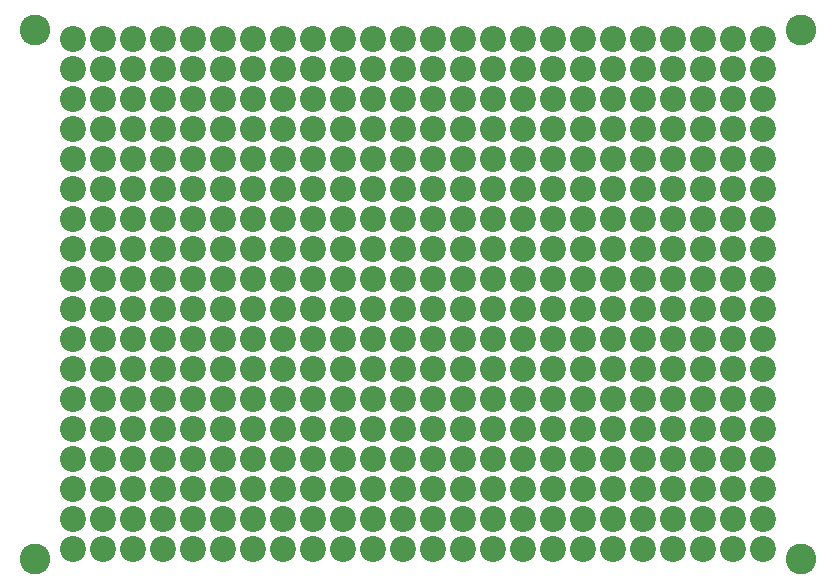
<source format=gbr>
G04 #@! TF.GenerationSoftware,KiCad,Pcbnew,9.0.1*
G04 #@! TF.CreationDate,2025-05-07T00:14:23-04:00*
G04 #@! TF.ProjectId,matrix-protoboard_18x24,6d617472-6978-42d7-9072-6f746f626f61,rev?*
G04 #@! TF.SameCoordinates,Original*
G04 #@! TF.FileFunction,Soldermask,Bot*
G04 #@! TF.FilePolarity,Negative*
%FSLAX46Y46*%
G04 Gerber Fmt 4.6, Leading zero omitted, Abs format (unit mm)*
G04 Created by KiCad (PCBNEW 9.0.1) date 2025-05-07 00:14:23*
%MOMM*%
%LPD*%
G01*
G04 APERTURE LIST*
%ADD10C,2.200000*%
%ADD11C,1.500000*%
%ADD12C,2.600000*%
G04 APERTURE END LIST*
D10*
X126900000Y-147800000D03*
D11*
X126900000Y-147800000D03*
D10*
X114200000Y-163040000D03*
D11*
X114200000Y-163040000D03*
D10*
X139600000Y-132560000D03*
D11*
X139600000Y-132560000D03*
D10*
X131980000Y-155420000D03*
D11*
X131980000Y-155420000D03*
D10*
X131980000Y-137640000D03*
D11*
X131980000Y-137640000D03*
D10*
X142140000Y-137640000D03*
D11*
X142140000Y-137640000D03*
D10*
X121820000Y-137640000D03*
D11*
X121820000Y-137640000D03*
D10*
X96420000Y-163040000D03*
D11*
X96420000Y-163040000D03*
D10*
X101500000Y-155420000D03*
D11*
X101500000Y-155420000D03*
D10*
X116740000Y-170660000D03*
D11*
X116740000Y-170660000D03*
D10*
X139600000Y-160500000D03*
D11*
X139600000Y-160500000D03*
D10*
X111660000Y-147800000D03*
D11*
X111660000Y-147800000D03*
D10*
X96420000Y-160500000D03*
D11*
X96420000Y-160500000D03*
D10*
X121820000Y-160500000D03*
D11*
X121820000Y-160500000D03*
D10*
X134520000Y-150340000D03*
D11*
X134520000Y-150340000D03*
D10*
X124360000Y-150340000D03*
D11*
X124360000Y-150340000D03*
D10*
X104040000Y-165580000D03*
D11*
X104040000Y-165580000D03*
D10*
X116740000Y-157960000D03*
D11*
X116740000Y-157960000D03*
D10*
X114200000Y-147800000D03*
D11*
X114200000Y-147800000D03*
D10*
X109120000Y-150340000D03*
D11*
X109120000Y-150340000D03*
D10*
X106580000Y-145260000D03*
D11*
X106580000Y-145260000D03*
D10*
X126900000Y-132560000D03*
D11*
X126900000Y-132560000D03*
D10*
X96420000Y-135100000D03*
D11*
X96420000Y-135100000D03*
D10*
X93880000Y-168120000D03*
D11*
X93880000Y-168120000D03*
D10*
X142140000Y-142720000D03*
D11*
X142140000Y-142720000D03*
D10*
X126900000Y-165580000D03*
D11*
X126900000Y-165580000D03*
D10*
X119280000Y-140180000D03*
D11*
X119280000Y-140180000D03*
D10*
X91340000Y-155420000D03*
D11*
X91340000Y-155420000D03*
D10*
X104040000Y-145260000D03*
D11*
X104040000Y-145260000D03*
D10*
X114200000Y-137640000D03*
D11*
X114200000Y-137640000D03*
D10*
X114200000Y-165580000D03*
D11*
X114200000Y-165580000D03*
D10*
X139600000Y-152880000D03*
D11*
X139600000Y-152880000D03*
D10*
X104040000Y-175740000D03*
D11*
X104040000Y-175740000D03*
D10*
X114200000Y-168120000D03*
D11*
X114200000Y-168120000D03*
D10*
X86260000Y-163040000D03*
D11*
X86260000Y-163040000D03*
D10*
X114200000Y-135100000D03*
D11*
X114200000Y-135100000D03*
D10*
X119280000Y-147800000D03*
D11*
X119280000Y-147800000D03*
D10*
X98960000Y-157960000D03*
D11*
X98960000Y-157960000D03*
D10*
X101500000Y-140180000D03*
D11*
X101500000Y-140180000D03*
D10*
X131980000Y-145260000D03*
D11*
X131980000Y-145260000D03*
D10*
X93880000Y-175740000D03*
D11*
X93880000Y-175740000D03*
D10*
X98960000Y-168120000D03*
D11*
X98960000Y-168120000D03*
D10*
X134520000Y-168120000D03*
D11*
X134520000Y-168120000D03*
D10*
X121820000Y-142720000D03*
D11*
X121820000Y-142720000D03*
D10*
X101500000Y-175740000D03*
D11*
X101500000Y-175740000D03*
D10*
X114200000Y-175740000D03*
D11*
X114200000Y-175740000D03*
D10*
X137060000Y-163040000D03*
D11*
X137060000Y-163040000D03*
D10*
X96420000Y-173200000D03*
D11*
X96420000Y-173200000D03*
D10*
X131980000Y-132560000D03*
D11*
X131980000Y-132560000D03*
D10*
X96420000Y-170660000D03*
D11*
X96420000Y-170660000D03*
D10*
X88800000Y-132560000D03*
D11*
X88800000Y-132560000D03*
D10*
X142140000Y-173200000D03*
D11*
X142140000Y-173200000D03*
D10*
X131980000Y-173200000D03*
D11*
X131980000Y-173200000D03*
D10*
X96420000Y-155420000D03*
D11*
X96420000Y-155420000D03*
D10*
X129440000Y-137640000D03*
D11*
X129440000Y-137640000D03*
D10*
X116740000Y-140180000D03*
D11*
X116740000Y-140180000D03*
D10*
X93880000Y-140180000D03*
D11*
X93880000Y-140180000D03*
D10*
X124360000Y-142720000D03*
D11*
X124360000Y-142720000D03*
D10*
X116740000Y-168120000D03*
D11*
X116740000Y-168120000D03*
D10*
X104040000Y-160500000D03*
D11*
X104040000Y-160500000D03*
D10*
X126900000Y-137640000D03*
D11*
X126900000Y-137640000D03*
D10*
X129440000Y-142720000D03*
D11*
X129440000Y-142720000D03*
D10*
X83720000Y-170660000D03*
D11*
X83720000Y-170660000D03*
D10*
X139600000Y-165580000D03*
D11*
X139600000Y-165580000D03*
D10*
X106580000Y-142720000D03*
D11*
X106580000Y-142720000D03*
D10*
X106580000Y-155420000D03*
D11*
X106580000Y-155420000D03*
D10*
X101500000Y-150340000D03*
D11*
X101500000Y-150340000D03*
D10*
X137060000Y-140180000D03*
D11*
X137060000Y-140180000D03*
D10*
X129440000Y-175740000D03*
D11*
X129440000Y-175740000D03*
D10*
X131980000Y-168120000D03*
D11*
X131980000Y-168120000D03*
D10*
X98960000Y-132560000D03*
D11*
X98960000Y-132560000D03*
D10*
X131980000Y-142720000D03*
D11*
X131980000Y-142720000D03*
D10*
X116740000Y-165580000D03*
D11*
X116740000Y-165580000D03*
D10*
X109120000Y-160500000D03*
D11*
X109120000Y-160500000D03*
D10*
X93880000Y-155420000D03*
D11*
X93880000Y-155420000D03*
D10*
X91340000Y-142720000D03*
D11*
X91340000Y-142720000D03*
D10*
X124360000Y-165580000D03*
D11*
X124360000Y-165580000D03*
D10*
X93880000Y-165580000D03*
D11*
X93880000Y-165580000D03*
D10*
X142140000Y-145260000D03*
D11*
X142140000Y-145260000D03*
D10*
X111660000Y-135100000D03*
D11*
X111660000Y-135100000D03*
D10*
X83720000Y-150340000D03*
D11*
X83720000Y-150340000D03*
D10*
X142140000Y-175740000D03*
D11*
X142140000Y-175740000D03*
D10*
X98960000Y-163040000D03*
D11*
X98960000Y-163040000D03*
D10*
X131980000Y-135100000D03*
D11*
X131980000Y-135100000D03*
D10*
X114200000Y-152880000D03*
D11*
X114200000Y-152880000D03*
D10*
X86260000Y-155420000D03*
D11*
X86260000Y-155420000D03*
D10*
X121820000Y-173200000D03*
D11*
X121820000Y-173200000D03*
D10*
X106580000Y-135100000D03*
D11*
X106580000Y-135100000D03*
D10*
X86260000Y-137640000D03*
D11*
X86260000Y-137640000D03*
D10*
X111660000Y-132560000D03*
D11*
X111660000Y-132560000D03*
D10*
X91340000Y-145260000D03*
D11*
X91340000Y-145260000D03*
D10*
X142140000Y-132560000D03*
D11*
X142140000Y-132560000D03*
D10*
X116740000Y-132560000D03*
D11*
X116740000Y-132560000D03*
D10*
X134520000Y-170660000D03*
D11*
X134520000Y-170660000D03*
D10*
X86260000Y-152880000D03*
D11*
X86260000Y-152880000D03*
D10*
X131980000Y-152880000D03*
D11*
X131980000Y-152880000D03*
D10*
X109120000Y-152880000D03*
D11*
X109120000Y-152880000D03*
D10*
X91340000Y-140180000D03*
D11*
X91340000Y-140180000D03*
D10*
X111660000Y-173200000D03*
D11*
X111660000Y-173200000D03*
D10*
X129440000Y-168120000D03*
D11*
X129440000Y-168120000D03*
D10*
X142140000Y-163040000D03*
D11*
X142140000Y-163040000D03*
D10*
X134520000Y-152880000D03*
D11*
X134520000Y-152880000D03*
D10*
X109120000Y-140180000D03*
D11*
X109120000Y-140180000D03*
D10*
X91340000Y-170660000D03*
D11*
X91340000Y-170660000D03*
D10*
X96420000Y-147800000D03*
D11*
X96420000Y-147800000D03*
D10*
X131980000Y-140180000D03*
D11*
X131980000Y-140180000D03*
D10*
X116740000Y-163040000D03*
D11*
X116740000Y-163040000D03*
D10*
X119280000Y-132560000D03*
D11*
X119280000Y-132560000D03*
D10*
X114200000Y-140180000D03*
D11*
X114200000Y-140180000D03*
D10*
X121820000Y-132560000D03*
D11*
X121820000Y-132560000D03*
D10*
X137060000Y-157960000D03*
D11*
X137060000Y-157960000D03*
D10*
X86260000Y-175740000D03*
D11*
X86260000Y-175740000D03*
D10*
X86260000Y-142720000D03*
D11*
X86260000Y-142720000D03*
D10*
X101500000Y-170660000D03*
D11*
X101500000Y-170660000D03*
D10*
X116740000Y-142720000D03*
D11*
X116740000Y-142720000D03*
D10*
X119280000Y-168120000D03*
D11*
X119280000Y-168120000D03*
D10*
X106580000Y-152880000D03*
D11*
X106580000Y-152880000D03*
D10*
X91340000Y-175740000D03*
D11*
X91340000Y-175740000D03*
D10*
X88800000Y-142720000D03*
D11*
X88800000Y-142720000D03*
D10*
X98960000Y-170660000D03*
D11*
X98960000Y-170660000D03*
D10*
X121820000Y-152880000D03*
D11*
X121820000Y-152880000D03*
D10*
X142140000Y-150340000D03*
D11*
X142140000Y-150340000D03*
D10*
X106580000Y-163040000D03*
D11*
X106580000Y-163040000D03*
D10*
X111660000Y-168120000D03*
D11*
X111660000Y-168120000D03*
D10*
X88800000Y-170660000D03*
D11*
X88800000Y-170660000D03*
D10*
X114200000Y-142720000D03*
D11*
X114200000Y-142720000D03*
D10*
X88800000Y-137640000D03*
D11*
X88800000Y-137640000D03*
D10*
X98960000Y-155420000D03*
D11*
X98960000Y-155420000D03*
D10*
X121820000Y-140180000D03*
D11*
X121820000Y-140180000D03*
D10*
X86260000Y-140180000D03*
D11*
X86260000Y-140180000D03*
D10*
X126900000Y-140180000D03*
D11*
X126900000Y-140180000D03*
D10*
X139600000Y-150340000D03*
D11*
X139600000Y-150340000D03*
D10*
X111660000Y-142720000D03*
D11*
X111660000Y-142720000D03*
D10*
X88800000Y-140180000D03*
D11*
X88800000Y-140180000D03*
D10*
X109120000Y-145260000D03*
D11*
X109120000Y-145260000D03*
D10*
X134520000Y-135100000D03*
D11*
X134520000Y-135100000D03*
D10*
X121820000Y-147800000D03*
D11*
X121820000Y-147800000D03*
D10*
X124360000Y-152880000D03*
D11*
X124360000Y-152880000D03*
D10*
X101500000Y-142720000D03*
D11*
X101500000Y-142720000D03*
D10*
X116740000Y-147800000D03*
D11*
X116740000Y-147800000D03*
D10*
X134520000Y-173200000D03*
D11*
X134520000Y-173200000D03*
D10*
X83720000Y-160500000D03*
D11*
X83720000Y-160500000D03*
D10*
X116740000Y-135100000D03*
D11*
X116740000Y-135100000D03*
D10*
X139600000Y-155420000D03*
D11*
X139600000Y-155420000D03*
D10*
X101500000Y-165580000D03*
D11*
X101500000Y-165580000D03*
D10*
X129440000Y-145260000D03*
D11*
X129440000Y-145260000D03*
D10*
X86260000Y-150340000D03*
D11*
X86260000Y-150340000D03*
D10*
X142140000Y-170660000D03*
D11*
X142140000Y-170660000D03*
D10*
X129440000Y-140180000D03*
D11*
X129440000Y-140180000D03*
D10*
X86260000Y-168120000D03*
D11*
X86260000Y-168120000D03*
D10*
X121820000Y-155420000D03*
D11*
X121820000Y-155420000D03*
D10*
X106580000Y-150340000D03*
D11*
X106580000Y-150340000D03*
D10*
X119280000Y-160500000D03*
D11*
X119280000Y-160500000D03*
D10*
X98960000Y-165580000D03*
D11*
X98960000Y-165580000D03*
D10*
X114200000Y-150340000D03*
D11*
X114200000Y-150340000D03*
D10*
X126900000Y-157960000D03*
D11*
X126900000Y-157960000D03*
D10*
X101500000Y-132560000D03*
D11*
X101500000Y-132560000D03*
D10*
X111660000Y-152880000D03*
D11*
X111660000Y-152880000D03*
D10*
X139600000Y-147800000D03*
D11*
X139600000Y-147800000D03*
D10*
X124360000Y-157960000D03*
D11*
X124360000Y-157960000D03*
D10*
X111660000Y-137640000D03*
D11*
X111660000Y-137640000D03*
D10*
X111660000Y-160500000D03*
D11*
X111660000Y-160500000D03*
D10*
X129440000Y-155420000D03*
D11*
X129440000Y-155420000D03*
D10*
X91340000Y-173200000D03*
D11*
X91340000Y-173200000D03*
D10*
X93880000Y-137640000D03*
D11*
X93880000Y-137640000D03*
D10*
X83720000Y-165580000D03*
D11*
X83720000Y-165580000D03*
D10*
X124360000Y-147800000D03*
D11*
X124360000Y-147800000D03*
D10*
X129440000Y-165580000D03*
D11*
X129440000Y-165580000D03*
D10*
X109120000Y-175740000D03*
D11*
X109120000Y-175740000D03*
D10*
X98960000Y-140180000D03*
D11*
X98960000Y-140180000D03*
D10*
X83720000Y-163040000D03*
D11*
X83720000Y-163040000D03*
D12*
X80500000Y-176550000D03*
X145300000Y-176550000D03*
D10*
X114200000Y-145260000D03*
D11*
X114200000Y-145260000D03*
D10*
X86260000Y-165580000D03*
D11*
X86260000Y-165580000D03*
D10*
X91340000Y-165580000D03*
D11*
X91340000Y-165580000D03*
D10*
X98960000Y-160500000D03*
D11*
X98960000Y-160500000D03*
D10*
X106580000Y-147800000D03*
D11*
X106580000Y-147800000D03*
D10*
X119280000Y-135100000D03*
D11*
X119280000Y-135100000D03*
D10*
X101500000Y-145260000D03*
D11*
X101500000Y-145260000D03*
D10*
X109120000Y-168120000D03*
D11*
X109120000Y-168120000D03*
D10*
X119280000Y-150340000D03*
D11*
X119280000Y-150340000D03*
D10*
X91340000Y-147800000D03*
D11*
X91340000Y-147800000D03*
D10*
X88800000Y-165580000D03*
D11*
X88800000Y-165580000D03*
D10*
X137060000Y-150340000D03*
D11*
X137060000Y-150340000D03*
D10*
X121820000Y-135100000D03*
D11*
X121820000Y-135100000D03*
D10*
X88800000Y-152880000D03*
D11*
X88800000Y-152880000D03*
D10*
X83720000Y-152880000D03*
D11*
X83720000Y-152880000D03*
D10*
X119280000Y-142720000D03*
D11*
X119280000Y-142720000D03*
D10*
X114200000Y-173200000D03*
D11*
X114200000Y-173200000D03*
D10*
X96420000Y-168120000D03*
D11*
X96420000Y-168120000D03*
D10*
X134520000Y-145260000D03*
D11*
X134520000Y-145260000D03*
D10*
X131980000Y-163040000D03*
D11*
X131980000Y-163040000D03*
D10*
X134520000Y-163040000D03*
D11*
X134520000Y-163040000D03*
D10*
X91340000Y-163040000D03*
D11*
X91340000Y-163040000D03*
D10*
X142140000Y-168120000D03*
D11*
X142140000Y-168120000D03*
D10*
X126900000Y-168120000D03*
D11*
X126900000Y-168120000D03*
D10*
X111660000Y-163040000D03*
D11*
X111660000Y-163040000D03*
D10*
X114200000Y-157960000D03*
D11*
X114200000Y-157960000D03*
D10*
X83720000Y-168120000D03*
D11*
X83720000Y-168120000D03*
D10*
X98960000Y-142720000D03*
D11*
X98960000Y-142720000D03*
D10*
X104040000Y-137640000D03*
D11*
X104040000Y-137640000D03*
D10*
X104040000Y-140180000D03*
D11*
X104040000Y-140180000D03*
D10*
X83720000Y-147800000D03*
D11*
X83720000Y-147800000D03*
D10*
X88800000Y-163040000D03*
D11*
X88800000Y-163040000D03*
D10*
X126900000Y-142720000D03*
D11*
X126900000Y-142720000D03*
D10*
X134520000Y-155420000D03*
D11*
X134520000Y-155420000D03*
D10*
X129440000Y-163040000D03*
D11*
X129440000Y-163040000D03*
D10*
X137060000Y-145260000D03*
D11*
X137060000Y-145260000D03*
D12*
X145300000Y-131750000D03*
D10*
X83720000Y-135100000D03*
D11*
X83720000Y-135100000D03*
D10*
X93880000Y-132560000D03*
D11*
X93880000Y-132560000D03*
D10*
X109120000Y-155420000D03*
D11*
X109120000Y-155420000D03*
D10*
X121820000Y-163040000D03*
D11*
X121820000Y-163040000D03*
D10*
X139600000Y-157960000D03*
D11*
X139600000Y-157960000D03*
D10*
X91340000Y-150340000D03*
D11*
X91340000Y-150340000D03*
D10*
X91340000Y-160500000D03*
D11*
X91340000Y-160500000D03*
D10*
X83720000Y-145260000D03*
D11*
X83720000Y-145260000D03*
D10*
X121820000Y-150340000D03*
D11*
X121820000Y-150340000D03*
D10*
X116740000Y-137640000D03*
D11*
X116740000Y-137640000D03*
D10*
X126900000Y-175740000D03*
D11*
X126900000Y-175740000D03*
D10*
X101500000Y-157960000D03*
D11*
X101500000Y-157960000D03*
D10*
X106580000Y-140180000D03*
D11*
X106580000Y-140180000D03*
D10*
X91340000Y-135100000D03*
D11*
X91340000Y-135100000D03*
D10*
X134520000Y-142720000D03*
D11*
X134520000Y-142720000D03*
D10*
X83720000Y-173200000D03*
D11*
X83720000Y-173200000D03*
D10*
X126900000Y-155420000D03*
D11*
X126900000Y-155420000D03*
D10*
X109120000Y-157960000D03*
D11*
X109120000Y-157960000D03*
D10*
X129440000Y-132560000D03*
D11*
X129440000Y-132560000D03*
D10*
X93880000Y-160500000D03*
D11*
X93880000Y-160500000D03*
D10*
X104040000Y-135100000D03*
D11*
X104040000Y-135100000D03*
D10*
X137060000Y-142720000D03*
D11*
X137060000Y-142720000D03*
D10*
X139600000Y-163040000D03*
D11*
X139600000Y-163040000D03*
D10*
X91340000Y-132560000D03*
D11*
X91340000Y-132560000D03*
D10*
X104040000Y-155420000D03*
D11*
X104040000Y-155420000D03*
D10*
X101500000Y-173200000D03*
D11*
X101500000Y-173200000D03*
D10*
X137060000Y-170660000D03*
D11*
X137060000Y-170660000D03*
D10*
X88800000Y-135100000D03*
D11*
X88800000Y-135100000D03*
D10*
X124360000Y-132560000D03*
D11*
X124360000Y-132560000D03*
D10*
X126900000Y-163040000D03*
D11*
X126900000Y-163040000D03*
D10*
X121820000Y-165580000D03*
D11*
X121820000Y-165580000D03*
D10*
X86260000Y-173200000D03*
D11*
X86260000Y-173200000D03*
D10*
X93880000Y-157960000D03*
D11*
X93880000Y-157960000D03*
D10*
X104040000Y-163040000D03*
D11*
X104040000Y-163040000D03*
D10*
X96420000Y-175740000D03*
D11*
X96420000Y-175740000D03*
D10*
X86260000Y-157960000D03*
D11*
X86260000Y-157960000D03*
D10*
X137060000Y-155420000D03*
D11*
X137060000Y-155420000D03*
D10*
X131980000Y-147800000D03*
D11*
X131980000Y-147800000D03*
D10*
X88800000Y-147800000D03*
D11*
X88800000Y-147800000D03*
D10*
X114200000Y-170660000D03*
D11*
X114200000Y-170660000D03*
D10*
X119280000Y-173200000D03*
D11*
X119280000Y-173200000D03*
D10*
X124360000Y-135100000D03*
D11*
X124360000Y-135100000D03*
D10*
X129440000Y-150340000D03*
D11*
X129440000Y-150340000D03*
D10*
X137060000Y-165580000D03*
D11*
X137060000Y-165580000D03*
D10*
X119280000Y-163040000D03*
D11*
X119280000Y-163040000D03*
D10*
X83720000Y-137640000D03*
D11*
X83720000Y-137640000D03*
D10*
X137060000Y-135100000D03*
D11*
X137060000Y-135100000D03*
D10*
X109120000Y-142720000D03*
D11*
X109120000Y-142720000D03*
D10*
X139600000Y-170660000D03*
D11*
X139600000Y-170660000D03*
D10*
X142140000Y-152880000D03*
D11*
X142140000Y-152880000D03*
D10*
X111660000Y-145260000D03*
D11*
X111660000Y-145260000D03*
D10*
X86260000Y-147800000D03*
D11*
X86260000Y-147800000D03*
D10*
X109120000Y-165580000D03*
D11*
X109120000Y-165580000D03*
D10*
X142140000Y-157960000D03*
D11*
X142140000Y-157960000D03*
D10*
X109120000Y-137640000D03*
D11*
X109120000Y-137640000D03*
D10*
X111660000Y-155420000D03*
D11*
X111660000Y-155420000D03*
D10*
X116740000Y-155420000D03*
D11*
X116740000Y-155420000D03*
D10*
X93880000Y-135100000D03*
D11*
X93880000Y-135100000D03*
D10*
X124360000Y-175740000D03*
D11*
X124360000Y-175740000D03*
D10*
X124360000Y-160500000D03*
D11*
X124360000Y-160500000D03*
D10*
X96420000Y-157960000D03*
D11*
X96420000Y-157960000D03*
D10*
X86260000Y-145260000D03*
D11*
X86260000Y-145260000D03*
D10*
X124360000Y-173200000D03*
D11*
X124360000Y-173200000D03*
D10*
X121820000Y-168120000D03*
D11*
X121820000Y-168120000D03*
D10*
X116740000Y-145260000D03*
D11*
X116740000Y-145260000D03*
D10*
X111660000Y-170660000D03*
D11*
X111660000Y-170660000D03*
D10*
X93880000Y-145260000D03*
D11*
X93880000Y-145260000D03*
D10*
X139600000Y-135100000D03*
D11*
X139600000Y-135100000D03*
D10*
X93880000Y-173200000D03*
D11*
X93880000Y-173200000D03*
D10*
X131980000Y-170660000D03*
D11*
X131980000Y-170660000D03*
D10*
X131980000Y-165580000D03*
D11*
X131980000Y-165580000D03*
D10*
X134520000Y-147800000D03*
D11*
X134520000Y-147800000D03*
D10*
X142140000Y-140180000D03*
D11*
X142140000Y-140180000D03*
D10*
X91340000Y-157960000D03*
D11*
X91340000Y-157960000D03*
D10*
X88800000Y-145260000D03*
D11*
X88800000Y-145260000D03*
D10*
X129440000Y-147800000D03*
D11*
X129440000Y-147800000D03*
D10*
X98960000Y-175740000D03*
D11*
X98960000Y-175740000D03*
D10*
X101500000Y-168120000D03*
D11*
X101500000Y-168120000D03*
D10*
X93880000Y-163040000D03*
D11*
X93880000Y-163040000D03*
D10*
X98960000Y-150340000D03*
D11*
X98960000Y-150340000D03*
D10*
X104040000Y-132560000D03*
D11*
X104040000Y-132560000D03*
D10*
X106580000Y-165580000D03*
D11*
X106580000Y-165580000D03*
D10*
X139600000Y-140180000D03*
D11*
X139600000Y-140180000D03*
D10*
X106580000Y-157960000D03*
D11*
X106580000Y-157960000D03*
D10*
X137060000Y-175740000D03*
D11*
X137060000Y-175740000D03*
D10*
X106580000Y-160500000D03*
D11*
X106580000Y-160500000D03*
D10*
X106580000Y-173200000D03*
D11*
X106580000Y-173200000D03*
D10*
X104040000Y-157960000D03*
D11*
X104040000Y-157960000D03*
D10*
X93880000Y-152880000D03*
D11*
X93880000Y-152880000D03*
D10*
X83720000Y-155420000D03*
D11*
X83720000Y-155420000D03*
D10*
X88800000Y-157960000D03*
D11*
X88800000Y-157960000D03*
D10*
X83720000Y-157960000D03*
D11*
X83720000Y-157960000D03*
D10*
X124360000Y-140180000D03*
D11*
X124360000Y-140180000D03*
D10*
X109120000Y-135100000D03*
D11*
X109120000Y-135100000D03*
D10*
X121820000Y-157960000D03*
D11*
X121820000Y-157960000D03*
D10*
X119280000Y-175740000D03*
D11*
X119280000Y-175740000D03*
D10*
X86260000Y-135100000D03*
D11*
X86260000Y-135100000D03*
D10*
X96420000Y-140180000D03*
D11*
X96420000Y-140180000D03*
D10*
X126900000Y-150340000D03*
D11*
X126900000Y-150340000D03*
D10*
X109120000Y-132560000D03*
D11*
X109120000Y-132560000D03*
D10*
X96420000Y-132560000D03*
D11*
X96420000Y-132560000D03*
D10*
X134520000Y-157960000D03*
D11*
X134520000Y-157960000D03*
D10*
X134520000Y-165580000D03*
D11*
X134520000Y-165580000D03*
D10*
X139600000Y-137640000D03*
D11*
X139600000Y-137640000D03*
D10*
X98960000Y-137640000D03*
D11*
X98960000Y-137640000D03*
D10*
X119280000Y-157960000D03*
D11*
X119280000Y-157960000D03*
D10*
X134520000Y-140180000D03*
D11*
X134520000Y-140180000D03*
D10*
X142140000Y-135100000D03*
D11*
X142140000Y-135100000D03*
D10*
X96420000Y-145260000D03*
D11*
X96420000Y-145260000D03*
D10*
X126900000Y-173200000D03*
D11*
X126900000Y-173200000D03*
D10*
X104040000Y-152880000D03*
D11*
X104040000Y-152880000D03*
D10*
X104040000Y-147800000D03*
D11*
X104040000Y-147800000D03*
D10*
X131980000Y-150340000D03*
D11*
X131980000Y-150340000D03*
D10*
X137060000Y-173200000D03*
D11*
X137060000Y-173200000D03*
D10*
X139600000Y-142720000D03*
D11*
X139600000Y-142720000D03*
D10*
X119280000Y-152880000D03*
D11*
X119280000Y-152880000D03*
D10*
X124360000Y-168120000D03*
D11*
X124360000Y-168120000D03*
D10*
X124360000Y-137640000D03*
D11*
X124360000Y-137640000D03*
D10*
X104040000Y-150340000D03*
D11*
X104040000Y-150340000D03*
D10*
X83720000Y-142720000D03*
D11*
X83720000Y-142720000D03*
D10*
X129440000Y-173200000D03*
D11*
X129440000Y-173200000D03*
D10*
X88800000Y-173200000D03*
D11*
X88800000Y-173200000D03*
D10*
X106580000Y-137640000D03*
D11*
X106580000Y-137640000D03*
D10*
X98960000Y-145260000D03*
D11*
X98960000Y-145260000D03*
D10*
X137060000Y-152880000D03*
D11*
X137060000Y-152880000D03*
D10*
X119280000Y-155420000D03*
D11*
X119280000Y-155420000D03*
D10*
X104040000Y-173200000D03*
D11*
X104040000Y-173200000D03*
D10*
X139600000Y-175740000D03*
D11*
X139600000Y-175740000D03*
D10*
X106580000Y-132560000D03*
D11*
X106580000Y-132560000D03*
D10*
X139600000Y-145260000D03*
D11*
X139600000Y-145260000D03*
D10*
X101500000Y-135100000D03*
D11*
X101500000Y-135100000D03*
D10*
X126900000Y-170660000D03*
D11*
X126900000Y-170660000D03*
D10*
X101500000Y-160500000D03*
D11*
X101500000Y-160500000D03*
D10*
X137060000Y-132560000D03*
D11*
X137060000Y-132560000D03*
D10*
X88800000Y-168120000D03*
D11*
X88800000Y-168120000D03*
D10*
X116740000Y-152880000D03*
D11*
X116740000Y-152880000D03*
D10*
X124360000Y-155420000D03*
D11*
X124360000Y-155420000D03*
D10*
X119280000Y-137640000D03*
D11*
X119280000Y-137640000D03*
D10*
X134520000Y-137640000D03*
D11*
X134520000Y-137640000D03*
D10*
X131980000Y-160500000D03*
D11*
X131980000Y-160500000D03*
D10*
X114200000Y-155420000D03*
D11*
X114200000Y-155420000D03*
D10*
X121820000Y-145260000D03*
D11*
X121820000Y-145260000D03*
D10*
X124360000Y-163040000D03*
D11*
X124360000Y-163040000D03*
D10*
X124360000Y-170660000D03*
D11*
X124360000Y-170660000D03*
D10*
X137060000Y-168120000D03*
D11*
X137060000Y-168120000D03*
D10*
X114200000Y-160500000D03*
D11*
X114200000Y-160500000D03*
D10*
X142140000Y-160500000D03*
D11*
X142140000Y-160500000D03*
D10*
X88800000Y-160500000D03*
D11*
X88800000Y-160500000D03*
D10*
X88800000Y-175740000D03*
D11*
X88800000Y-175740000D03*
D10*
X142140000Y-165580000D03*
D11*
X142140000Y-165580000D03*
D10*
X98960000Y-173200000D03*
D11*
X98960000Y-173200000D03*
D10*
X86260000Y-170660000D03*
D11*
X86260000Y-170660000D03*
D10*
X106580000Y-170660000D03*
D11*
X106580000Y-170660000D03*
D10*
X93880000Y-142720000D03*
D11*
X93880000Y-142720000D03*
D10*
X126900000Y-145260000D03*
D11*
X126900000Y-145260000D03*
D10*
X96420000Y-137640000D03*
D11*
X96420000Y-137640000D03*
D10*
X83720000Y-132560000D03*
D11*
X83720000Y-132560000D03*
D10*
X111660000Y-150340000D03*
D11*
X111660000Y-150340000D03*
D10*
X93880000Y-170660000D03*
D11*
X93880000Y-170660000D03*
D10*
X109120000Y-173200000D03*
D11*
X109120000Y-173200000D03*
D10*
X129440000Y-170660000D03*
D11*
X129440000Y-170660000D03*
D10*
X109120000Y-147800000D03*
D11*
X109120000Y-147800000D03*
D10*
X121820000Y-175740000D03*
D11*
X121820000Y-175740000D03*
D10*
X137060000Y-137640000D03*
D11*
X137060000Y-137640000D03*
D10*
X121820000Y-170660000D03*
D11*
X121820000Y-170660000D03*
D10*
X104040000Y-142720000D03*
D11*
X104040000Y-142720000D03*
D10*
X109120000Y-163040000D03*
D11*
X109120000Y-163040000D03*
D10*
X142140000Y-147800000D03*
D11*
X142140000Y-147800000D03*
D10*
X129440000Y-135100000D03*
D11*
X129440000Y-135100000D03*
D10*
X126900000Y-152880000D03*
D11*
X126900000Y-152880000D03*
D10*
X116740000Y-175740000D03*
D11*
X116740000Y-175740000D03*
D10*
X116740000Y-150340000D03*
D11*
X116740000Y-150340000D03*
D10*
X101500000Y-152880000D03*
D11*
X101500000Y-152880000D03*
D10*
X119280000Y-170660000D03*
D11*
X119280000Y-170660000D03*
D12*
X80500000Y-131750000D03*
D10*
X93880000Y-147800000D03*
D11*
X93880000Y-147800000D03*
D10*
X116740000Y-160500000D03*
D11*
X116740000Y-160500000D03*
D10*
X142140000Y-155420000D03*
D11*
X142140000Y-155420000D03*
D10*
X111660000Y-165580000D03*
D11*
X111660000Y-165580000D03*
D10*
X88800000Y-155420000D03*
D11*
X88800000Y-155420000D03*
D10*
X129440000Y-157960000D03*
D11*
X129440000Y-157960000D03*
D10*
X134520000Y-160500000D03*
D11*
X134520000Y-160500000D03*
D10*
X131980000Y-175740000D03*
D11*
X131980000Y-175740000D03*
D10*
X91340000Y-152880000D03*
D11*
X91340000Y-152880000D03*
D10*
X96420000Y-165580000D03*
D11*
X96420000Y-165580000D03*
D10*
X134520000Y-132560000D03*
D11*
X134520000Y-132560000D03*
D10*
X139600000Y-173200000D03*
D11*
X139600000Y-173200000D03*
D10*
X104040000Y-170660000D03*
D11*
X104040000Y-170660000D03*
D10*
X124360000Y-145260000D03*
D11*
X124360000Y-145260000D03*
D10*
X119280000Y-165580000D03*
D11*
X119280000Y-165580000D03*
D10*
X96420000Y-152880000D03*
D11*
X96420000Y-152880000D03*
D10*
X106580000Y-175740000D03*
D11*
X106580000Y-175740000D03*
D10*
X119280000Y-145260000D03*
D11*
X119280000Y-145260000D03*
D10*
X91340000Y-137640000D03*
D11*
X91340000Y-137640000D03*
D10*
X111660000Y-140180000D03*
D11*
X111660000Y-140180000D03*
D10*
X88800000Y-150340000D03*
D11*
X88800000Y-150340000D03*
D10*
X129440000Y-160500000D03*
D11*
X129440000Y-160500000D03*
D10*
X137060000Y-147800000D03*
D11*
X137060000Y-147800000D03*
D10*
X106580000Y-168120000D03*
D11*
X106580000Y-168120000D03*
D10*
X134520000Y-175740000D03*
D11*
X134520000Y-175740000D03*
D10*
X93880000Y-150340000D03*
D11*
X93880000Y-150340000D03*
D10*
X129440000Y-152880000D03*
D11*
X129440000Y-152880000D03*
D10*
X101500000Y-137640000D03*
D11*
X101500000Y-137640000D03*
D10*
X101500000Y-147800000D03*
D11*
X101500000Y-147800000D03*
D10*
X104040000Y-168120000D03*
D11*
X104040000Y-168120000D03*
D10*
X126900000Y-135100000D03*
D11*
X126900000Y-135100000D03*
D10*
X98960000Y-152880000D03*
D11*
X98960000Y-152880000D03*
D10*
X139600000Y-168120000D03*
D11*
X139600000Y-168120000D03*
D10*
X111660000Y-175740000D03*
D11*
X111660000Y-175740000D03*
D10*
X111660000Y-157960000D03*
D11*
X111660000Y-157960000D03*
D10*
X83720000Y-140180000D03*
D11*
X83720000Y-140180000D03*
D10*
X98960000Y-147800000D03*
D11*
X98960000Y-147800000D03*
D10*
X126900000Y-160500000D03*
D11*
X126900000Y-160500000D03*
D10*
X86260000Y-132560000D03*
D11*
X86260000Y-132560000D03*
D10*
X98960000Y-135100000D03*
D11*
X98960000Y-135100000D03*
D10*
X101500000Y-163040000D03*
D11*
X101500000Y-163040000D03*
D10*
X96420000Y-150340000D03*
D11*
X96420000Y-150340000D03*
D10*
X83720000Y-175740000D03*
D11*
X83720000Y-175740000D03*
D10*
X114200000Y-132560000D03*
D11*
X114200000Y-132560000D03*
D10*
X131980000Y-157960000D03*
D11*
X131980000Y-157960000D03*
D10*
X96420000Y-142720000D03*
D11*
X96420000Y-142720000D03*
D10*
X116740000Y-173200000D03*
D11*
X116740000Y-173200000D03*
D10*
X109120000Y-170660000D03*
D11*
X109120000Y-170660000D03*
D10*
X86260000Y-160500000D03*
D11*
X86260000Y-160500000D03*
D10*
X91340000Y-168120000D03*
D11*
X91340000Y-168120000D03*
D10*
X137060000Y-160500000D03*
D11*
X137060000Y-160500000D03*
M02*

</source>
